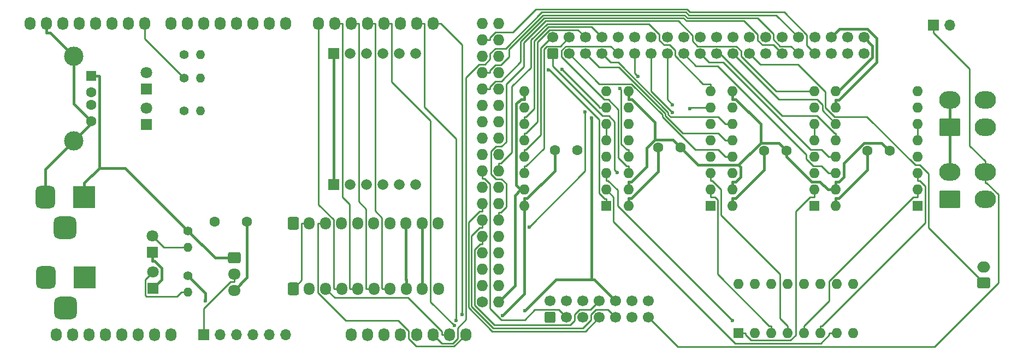
<source format=gbr>
G04 #@! TF.GenerationSoftware,KiCad,Pcbnew,(6.0.7-1)-1*
G04 #@! TF.CreationDate,2023-05-21T10:08:15+10:00*
G04 #@! TF.ProjectId,SARI_STANDBY_ETHERNET,53415249-5f53-4544-914e-4442595f4554,rev?*
G04 #@! TF.SameCoordinates,Original*
G04 #@! TF.FileFunction,Copper,L2,Bot*
G04 #@! TF.FilePolarity,Positive*
%FSLAX46Y46*%
G04 Gerber Fmt 4.6, Leading zero omitted, Abs format (unit mm)*
G04 Created by KiCad (PCBNEW (6.0.7-1)-1) date 2023-05-21 10:08:15*
%MOMM*%
%LPD*%
G01*
G04 APERTURE LIST*
G04 Aperture macros list*
%AMRoundRect*
0 Rectangle with rounded corners*
0 $1 Rounding radius*
0 $2 $3 $4 $5 $6 $7 $8 $9 X,Y pos of 4 corners*
0 Add a 4 corners polygon primitive as box body*
4,1,4,$2,$3,$4,$5,$6,$7,$8,$9,$2,$3,0*
0 Add four circle primitives for the rounded corners*
1,1,$1+$1,$2,$3*
1,1,$1+$1,$4,$5*
1,1,$1+$1,$6,$7*
1,1,$1+$1,$8,$9*
0 Add four rect primitives between the rounded corners*
20,1,$1+$1,$2,$3,$4,$5,0*
20,1,$1+$1,$4,$5,$6,$7,0*
20,1,$1+$1,$6,$7,$8,$9,0*
20,1,$1+$1,$8,$9,$2,$3,0*%
G04 Aperture macros list end*
G04 #@! TA.AperFunction,ComponentPad*
%ADD10R,1.665000X1.665000*%
G04 #@! TD*
G04 #@! TA.AperFunction,ComponentPad*
%ADD11C,1.665000*%
G04 #@! TD*
G04 #@! TA.AperFunction,ComponentPad*
%ADD12O,1.400000X1.400000*%
G04 #@! TD*
G04 #@! TA.AperFunction,ComponentPad*
%ADD13C,1.400000*%
G04 #@! TD*
G04 #@! TA.AperFunction,ComponentPad*
%ADD14C,1.727200*%
G04 #@! TD*
G04 #@! TA.AperFunction,ComponentPad*
%ADD15O,1.727200X1.727200*%
G04 #@! TD*
G04 #@! TA.AperFunction,ComponentPad*
%ADD16O,1.727200X2.032000*%
G04 #@! TD*
G04 #@! TA.AperFunction,ComponentPad*
%ADD17R,1.700000X1.700000*%
G04 #@! TD*
G04 #@! TA.AperFunction,ComponentPad*
%ADD18O,1.700000X1.700000*%
G04 #@! TD*
G04 #@! TA.AperFunction,ComponentPad*
%ADD19R,1.800000X1.800000*%
G04 #@! TD*
G04 #@! TA.AperFunction,ComponentPad*
%ADD20C,1.800000*%
G04 #@! TD*
G04 #@! TA.AperFunction,ComponentPad*
%ADD21RoundRect,0.250000X0.600000X-0.600000X0.600000X0.600000X-0.600000X0.600000X-0.600000X-0.600000X0*%
G04 #@! TD*
G04 #@! TA.AperFunction,ComponentPad*
%ADD22C,1.700000*%
G04 #@! TD*
G04 #@! TA.AperFunction,ComponentPad*
%ADD23RoundRect,0.250000X-0.600000X-0.725000X0.600000X-0.725000X0.600000X0.725000X-0.600000X0.725000X0*%
G04 #@! TD*
G04 #@! TA.AperFunction,ComponentPad*
%ADD24O,1.700000X1.950000*%
G04 #@! TD*
G04 #@! TA.AperFunction,ComponentPad*
%ADD25C,1.600000*%
G04 #@! TD*
G04 #@! TA.AperFunction,ComponentPad*
%ADD26R,3.500000X3.500000*%
G04 #@! TD*
G04 #@! TA.AperFunction,ComponentPad*
%ADD27RoundRect,0.750000X-0.750000X-1.000000X0.750000X-1.000000X0.750000X1.000000X-0.750000X1.000000X0*%
G04 #@! TD*
G04 #@! TA.AperFunction,ComponentPad*
%ADD28RoundRect,0.875000X-0.875000X-0.875000X0.875000X-0.875000X0.875000X0.875000X-0.875000X0.875000X0*%
G04 #@! TD*
G04 #@! TA.AperFunction,ComponentPad*
%ADD29R,1.500000X1.600000*%
G04 #@! TD*
G04 #@! TA.AperFunction,ComponentPad*
%ADD30C,3.000000*%
G04 #@! TD*
G04 #@! TA.AperFunction,ComponentPad*
%ADD31RoundRect,0.250001X1.399999X-1.099999X1.399999X1.099999X-1.399999X1.099999X-1.399999X-1.099999X0*%
G04 #@! TD*
G04 #@! TA.AperFunction,ComponentPad*
%ADD32O,3.300000X2.700000*%
G04 #@! TD*
G04 #@! TA.AperFunction,ComponentPad*
%ADD33R,1.600000X1.600000*%
G04 #@! TD*
G04 #@! TA.AperFunction,ComponentPad*
%ADD34O,1.600000X1.600000*%
G04 #@! TD*
G04 #@! TA.AperFunction,ComponentPad*
%ADD35RoundRect,0.250000X0.750000X-0.600000X0.750000X0.600000X-0.750000X0.600000X-0.750000X-0.600000X0*%
G04 #@! TD*
G04 #@! TA.AperFunction,ComponentPad*
%ADD36O,2.000000X1.700000*%
G04 #@! TD*
G04 #@! TA.AperFunction,ComponentPad*
%ADD37O,1.950000X1.700000*%
G04 #@! TD*
G04 #@! TA.AperFunction,ComponentPad*
%ADD38RoundRect,0.250000X-0.725000X0.600000X-0.725000X-0.600000X0.725000X-0.600000X0.725000X0.600000X0*%
G04 #@! TD*
G04 #@! TA.AperFunction,ViaPad*
%ADD39C,0.600000*%
G04 #@! TD*
G04 #@! TA.AperFunction,Conductor*
%ADD40C,0.250000*%
G04 #@! TD*
G04 #@! TA.AperFunction,Conductor*
%ADD41C,0.450000*%
G04 #@! TD*
G04 APERTURE END LIST*
D10*
X174340000Y-95885000D03*
D11*
X176880000Y-95885000D03*
X179420000Y-95885000D03*
X181960000Y-95885000D03*
X184500000Y-95885000D03*
X187040000Y-95885000D03*
D10*
X174340000Y-75565000D03*
D11*
X176880000Y-75565000D03*
X179420000Y-75565000D03*
X181960000Y-75565000D03*
X184500000Y-75565000D03*
X187040000Y-75565000D03*
D12*
X153720000Y-84455000D03*
D13*
X151180000Y-84455000D03*
D14*
X197358000Y-114046000D03*
D15*
X199898000Y-114046000D03*
X197358000Y-111506000D03*
X199898000Y-111506000D03*
X197358000Y-108966000D03*
X199898000Y-108966000D03*
X197358000Y-106426000D03*
X199898000Y-106426000D03*
X197358000Y-103886000D03*
X199898000Y-103886000D03*
X197358000Y-101346000D03*
X199898000Y-101346000D03*
X197358000Y-98806000D03*
X199898000Y-98806000D03*
X197358000Y-96266000D03*
X199898000Y-96266000D03*
X197358000Y-93726000D03*
X199898000Y-93726000D03*
X197358000Y-91186000D03*
X199898000Y-91186000D03*
X197358000Y-88646000D03*
X199898000Y-88646000D03*
X197358000Y-86106000D03*
X199898000Y-86106000D03*
X197358000Y-83566000D03*
X199898000Y-83566000D03*
X197358000Y-81026000D03*
X199898000Y-81026000D03*
X197358000Y-78486000D03*
X199898000Y-78486000D03*
X197358000Y-75946000D03*
X199898000Y-75946000D03*
X197358000Y-73406000D03*
X199898000Y-73406000D03*
X197358000Y-70866000D03*
X199898000Y-70866000D03*
D16*
X131318000Y-119126000D03*
X133858000Y-119126000D03*
X136398000Y-119126000D03*
X138938000Y-119126000D03*
X141478000Y-119126000D03*
X144018000Y-119126000D03*
X146558000Y-119126000D03*
X149098000Y-119126000D03*
D17*
X154178000Y-119126000D03*
D18*
X156718000Y-119126000D03*
X159258000Y-119126000D03*
X161798000Y-119126000D03*
X164338000Y-119126000D03*
X166878000Y-119126000D03*
D16*
X177038000Y-119126000D03*
X179578000Y-119126000D03*
X182118000Y-119126000D03*
X184658000Y-119126000D03*
X187198000Y-119126000D03*
X189738000Y-119126000D03*
X192278000Y-119126000D03*
X194818000Y-119126000D03*
X127254000Y-70866000D03*
X129794000Y-70866000D03*
X132334000Y-70866000D03*
X134874000Y-70866000D03*
X137414000Y-70866000D03*
X139954000Y-70866000D03*
X142494000Y-70866000D03*
X145034000Y-70866000D03*
X149098000Y-70866000D03*
X151638000Y-70866000D03*
X154178000Y-70866000D03*
X156718000Y-70866000D03*
X159258000Y-70866000D03*
X161798000Y-70866000D03*
X164338000Y-70866000D03*
X166878000Y-70866000D03*
X171958000Y-70866000D03*
X174498000Y-70866000D03*
X177038000Y-70866000D03*
X179578000Y-70866000D03*
X182118000Y-70866000D03*
X184658000Y-70866000D03*
X187198000Y-70866000D03*
X189738000Y-70866000D03*
D19*
X145300000Y-81025000D03*
D20*
X145300000Y-78485000D03*
D19*
X145300000Y-86525000D03*
D20*
X145300000Y-83985000D03*
D13*
X151150000Y-75680000D03*
D12*
X153690000Y-75680000D03*
D21*
X207890000Y-116450000D03*
D22*
X207890000Y-113910000D03*
X210430000Y-116450000D03*
X210430000Y-113910000D03*
X212970000Y-116450000D03*
X212970000Y-113910000D03*
X215510000Y-116450000D03*
X215510000Y-113910000D03*
X218050000Y-116450000D03*
X218050000Y-113910000D03*
X220590000Y-116450000D03*
X220590000Y-113910000D03*
X223130000Y-116450000D03*
X223130000Y-113910000D03*
D19*
X146350000Y-111925000D03*
D20*
X146350000Y-109385000D03*
D23*
X168054000Y-101854000D03*
D24*
X170554000Y-101854000D03*
X173054000Y-101854000D03*
X175554000Y-101854000D03*
X178054000Y-101854000D03*
X180554000Y-101854000D03*
X183054000Y-101854000D03*
X185554000Y-101854000D03*
X188054000Y-101854000D03*
X190554000Y-101854000D03*
D13*
X151180000Y-79375000D03*
D12*
X153720000Y-79375000D03*
D13*
X151750000Y-109960000D03*
D12*
X151750000Y-112500000D03*
D25*
X241049600Y-90620000D03*
X244549600Y-90620000D03*
X224649600Y-90120000D03*
X228149600Y-90120000D03*
D26*
X135650000Y-97800000D03*
D27*
X129650000Y-97800000D03*
D28*
X132650000Y-102500000D03*
D29*
X136750000Y-79000000D03*
D25*
X136750000Y-81500000D03*
X136750000Y-83500000D03*
X136750000Y-86000000D03*
D30*
X134040000Y-75930000D03*
X134040000Y-89070000D03*
D31*
X269850000Y-98100000D03*
D32*
X269850000Y-93900000D03*
X275350000Y-98100000D03*
X275350000Y-93900000D03*
D25*
X257049600Y-90620000D03*
X260549600Y-90620000D03*
D21*
X208280000Y-75565000D03*
D22*
X208280000Y-73025000D03*
X210820000Y-75565000D03*
X210820000Y-73025000D03*
X213360000Y-75565000D03*
X213360000Y-73025000D03*
X215900000Y-75565000D03*
X215900000Y-73025000D03*
X218440000Y-75565000D03*
X218440000Y-73025000D03*
X220980000Y-75565000D03*
X220980000Y-73025000D03*
X223520000Y-75565000D03*
X223520000Y-73025000D03*
X226060000Y-75565000D03*
X226060000Y-73025000D03*
X228600000Y-75565000D03*
X228600000Y-73025000D03*
X231140000Y-75565000D03*
X231140000Y-73025000D03*
X233680000Y-75565000D03*
X233680000Y-73025000D03*
X236220000Y-75565000D03*
X236220000Y-73025000D03*
X238760000Y-75565000D03*
X238760000Y-73025000D03*
X241300000Y-75565000D03*
X241300000Y-73025000D03*
X243840000Y-75565000D03*
X243840000Y-73025000D03*
X246380000Y-75565000D03*
X246380000Y-73025000D03*
X248920000Y-75565000D03*
X248920000Y-73025000D03*
X251460000Y-75565000D03*
X251460000Y-73025000D03*
X254000000Y-75565000D03*
X254000000Y-73025000D03*
X256540000Y-75565000D03*
X256540000Y-73025000D03*
D33*
X264889600Y-99170000D03*
D34*
X264889600Y-96630000D03*
X264889600Y-94090000D03*
X264889600Y-91550000D03*
X264889600Y-89010000D03*
X264889600Y-86470000D03*
X264889600Y-83930000D03*
X264889600Y-81390000D03*
X252189600Y-81390000D03*
X252189600Y-83930000D03*
X252189600Y-86470000D03*
X252189600Y-89010000D03*
X252189600Y-91550000D03*
X252189600Y-94090000D03*
X252189600Y-96630000D03*
X252189600Y-99170000D03*
D26*
X135750000Y-110242500D03*
D27*
X129750000Y-110242500D03*
D28*
X132750000Y-114942500D03*
D25*
X160869000Y-101600000D03*
X155869000Y-101600000D03*
D19*
X146250000Y-106350000D03*
D20*
X146250000Y-103810000D03*
D13*
X151750000Y-103010000D03*
D12*
X151750000Y-105550000D03*
D33*
X232739600Y-99170000D03*
D34*
X232739600Y-96630000D03*
X232739600Y-94090000D03*
X232739600Y-91550000D03*
X232739600Y-89010000D03*
X232739600Y-86470000D03*
X232739600Y-83930000D03*
X232739600Y-81390000D03*
X220039600Y-81390000D03*
X220039600Y-83930000D03*
X220039600Y-86470000D03*
X220039600Y-89010000D03*
X220039600Y-91550000D03*
X220039600Y-94090000D03*
X220039600Y-96630000D03*
X220039600Y-99170000D03*
D23*
X168074000Y-111997000D03*
D24*
X170574000Y-111997000D03*
X173074000Y-111997000D03*
X175574000Y-111997000D03*
X178074000Y-111997000D03*
X180574000Y-111997000D03*
X183074000Y-111997000D03*
X185574000Y-111997000D03*
X188074000Y-111997000D03*
X190574000Y-111997000D03*
D35*
X275100000Y-111100000D03*
D36*
X275100000Y-108600000D03*
D37*
X158894000Y-112228000D03*
X158894000Y-109728000D03*
D38*
X158894000Y-107228000D03*
D33*
X237050000Y-118867500D03*
D34*
X239590000Y-118867500D03*
X242130000Y-118867500D03*
X244670000Y-118867500D03*
X247210000Y-118867500D03*
X249750000Y-118867500D03*
X252290000Y-118867500D03*
X254830000Y-118867500D03*
X254830000Y-111247500D03*
X252290000Y-111247500D03*
X249750000Y-111247500D03*
X247210000Y-111247500D03*
X244670000Y-111247500D03*
X242130000Y-111247500D03*
X239590000Y-111247500D03*
X237050000Y-111247500D03*
D33*
X248889600Y-99170000D03*
D34*
X248889600Y-96630000D03*
X248889600Y-94090000D03*
X248889600Y-91550000D03*
X248889600Y-89010000D03*
X248889600Y-86470000D03*
X248889600Y-83930000D03*
X248889600Y-81390000D03*
X236189600Y-81390000D03*
X236189600Y-83930000D03*
X236189600Y-86470000D03*
X236189600Y-89010000D03*
X236189600Y-91550000D03*
X236189600Y-94090000D03*
X236189600Y-96630000D03*
X236189600Y-99170000D03*
D33*
X216589600Y-99170000D03*
D34*
X216589600Y-96630000D03*
X216589600Y-94090000D03*
X216589600Y-91550000D03*
X216589600Y-89010000D03*
X216589600Y-86470000D03*
X216589600Y-83930000D03*
X216589600Y-81390000D03*
X203889600Y-81390000D03*
X203889600Y-83930000D03*
X203889600Y-86470000D03*
X203889600Y-89010000D03*
X203889600Y-91550000D03*
X203889600Y-94090000D03*
X203889600Y-96630000D03*
X203889600Y-99170000D03*
D17*
X267335000Y-71120000D03*
D18*
X269875000Y-71120000D03*
D25*
X208599600Y-90520000D03*
X212099600Y-90520000D03*
D31*
X269850000Y-86950000D03*
D32*
X269850000Y-82750000D03*
X275350000Y-86950000D03*
X275350000Y-82750000D03*
D39*
X236151800Y-116942200D03*
X218737200Y-80978200D03*
X221506600Y-79091500D03*
X226807400Y-84710500D03*
X226835400Y-83447000D03*
X218314600Y-93970200D03*
X200547600Y-116140500D03*
X154476500Y-113902400D03*
X193027900Y-117714600D03*
X213303200Y-84550100D03*
X204632200Y-102431700D03*
X229527300Y-84069400D03*
X209716700Y-77987400D03*
X207581800Y-78064100D03*
X203962900Y-115375000D03*
X214275800Y-85500000D03*
X193311700Y-116885700D03*
X194203500Y-115963800D03*
D40*
X145124600Y-110610400D02*
X146350000Y-109385000D01*
X145124600Y-112992000D02*
X145124600Y-110610400D01*
X145303500Y-113170900D02*
X145124600Y-112992000D01*
X150053800Y-113170900D02*
X145303500Y-113170900D01*
X150724700Y-112500000D02*
X150053800Y-113170900D01*
X151750000Y-112500000D02*
X150724700Y-112500000D01*
X147990000Y-105550000D02*
X146250000Y-103810000D01*
X151750000Y-105550000D02*
X147990000Y-105550000D01*
X203889600Y-94090000D02*
X203889600Y-92964700D01*
X204170900Y-92964700D02*
X203889600Y-92964700D01*
X206910800Y-90224800D02*
X204170900Y-92964700D01*
X206910800Y-74871900D02*
X206910800Y-90224800D01*
X207394100Y-74388600D02*
X206910800Y-74871900D01*
X209456400Y-74388600D02*
X207394100Y-74388600D01*
X210820000Y-73025000D02*
X209456400Y-74388600D01*
X203889600Y-91550000D02*
X203889600Y-90424700D01*
X208120800Y-73025000D02*
X208280000Y-73025000D01*
X206460500Y-74685300D02*
X208120800Y-73025000D01*
X206460500Y-88135100D02*
X206460500Y-74685300D01*
X204170900Y-90424700D02*
X206460500Y-88135100D01*
X203889600Y-90424700D02*
X204170900Y-90424700D01*
X203889600Y-89010000D02*
X203889600Y-87884700D01*
X212183800Y-71848800D02*
X213360000Y-73025000D01*
X207786600Y-71848800D02*
X212183800Y-71848800D01*
X205915500Y-73719900D02*
X207786600Y-71848800D01*
X205915500Y-86140100D02*
X205915500Y-73719900D01*
X204170900Y-87884700D02*
X205915500Y-86140100D01*
X203889600Y-87884700D02*
X204170900Y-87884700D01*
X203889600Y-86470000D02*
X203889600Y-85344700D01*
X214264900Y-71389900D02*
X215900000Y-73025000D01*
X207597300Y-71389900D02*
X214264900Y-71389900D01*
X205451900Y-73535300D02*
X207597300Y-71389900D01*
X205451900Y-84063800D02*
X205451900Y-73535300D01*
X204171000Y-85344700D02*
X205451900Y-84063800D01*
X203889600Y-85344700D02*
X204171000Y-85344700D01*
X248889600Y-86470000D02*
X248889600Y-89010000D01*
X216589600Y-94090000D02*
X216589600Y-95215300D01*
X218344100Y-99134500D02*
X236151800Y-116942200D01*
X218344100Y-96688500D02*
X218344100Y-99134500D01*
X216870900Y-95215300D02*
X218344100Y-96688500D01*
X216589600Y-95215300D02*
X216870900Y-95215300D01*
X251164700Y-119148800D02*
X251164700Y-118867500D01*
X249842300Y-120471200D02*
X251164700Y-119148800D01*
X236583900Y-120471200D02*
X249842300Y-120471200D01*
X217715000Y-101602300D02*
X236583900Y-120471200D01*
X217715000Y-97755400D02*
X217715000Y-101602300D01*
X216589600Y-96630000D02*
X217715000Y-97755400D01*
X252290000Y-118867500D02*
X251164700Y-118867500D01*
X230470400Y-77435400D02*
X228600000Y-75565000D01*
X233899300Y-77435400D02*
X230470400Y-77435400D01*
X247619600Y-91155700D02*
X233899300Y-77435400D01*
X247619600Y-91880900D02*
X247619600Y-91155700D01*
X248703400Y-92964700D02*
X247619600Y-91880900D01*
X249939000Y-92964700D02*
X248703400Y-92964700D01*
X251064300Y-94090000D02*
X249939000Y-92964700D01*
X252189600Y-94090000D02*
X251064300Y-94090000D01*
X252189600Y-91550000D02*
X251064300Y-91550000D01*
X232472200Y-76897200D02*
X231140000Y-75565000D01*
X234748300Y-76897200D02*
X232472200Y-76897200D01*
X248275800Y-90424700D02*
X234748300Y-76897200D01*
X249939000Y-90424700D02*
X248275800Y-90424700D01*
X251064300Y-91550000D02*
X249939000Y-90424700D01*
X234240700Y-75565000D02*
X233680000Y-75565000D01*
X243875700Y-85200000D02*
X234240700Y-75565000D01*
X249279000Y-85200000D02*
X243875700Y-85200000D01*
X251963700Y-87884700D02*
X249279000Y-85200000D01*
X252189600Y-87884700D02*
X251963700Y-87884700D01*
X252189600Y-89010000D02*
X252189600Y-87884700D01*
X243315000Y-82660000D02*
X236220000Y-75565000D01*
X249276900Y-82660000D02*
X243315000Y-82660000D01*
X250089200Y-83472300D02*
X249276900Y-82660000D01*
X250089200Y-84369600D02*
X250089200Y-83472300D01*
X252189600Y-86470000D02*
X250089200Y-84369600D01*
X265171000Y-95215300D02*
X264889600Y-95215300D01*
X266014900Y-96059200D02*
X265171000Y-95215300D01*
X266014900Y-101758600D02*
X266014900Y-96059200D01*
X250031300Y-117742200D02*
X266014900Y-101758600D01*
X249750000Y-117742200D02*
X250031300Y-117742200D01*
X249750000Y-118867500D02*
X249750000Y-117742200D01*
X264889600Y-94090000D02*
X264889600Y-95215300D01*
X264186300Y-97755300D02*
X264889600Y-97755300D01*
X251100400Y-110841200D02*
X264186300Y-97755300D01*
X251100400Y-113851800D02*
X251100400Y-110841200D01*
X247210000Y-117742200D02*
X251100400Y-113851800D01*
X247210000Y-118867500D02*
X247210000Y-117742200D01*
X264889600Y-96630000D02*
X264889600Y-97755300D01*
X220039600Y-94090000D02*
X220039600Y-92964700D01*
X217263500Y-74388500D02*
X218440000Y-75565000D01*
X210299300Y-74388500D02*
X217263500Y-74388500D01*
X209644600Y-75043200D02*
X210299300Y-74388500D01*
X209644600Y-76065500D02*
X209644600Y-75043200D01*
X216239100Y-82660000D02*
X209644600Y-76065500D01*
X216911900Y-82660000D02*
X216239100Y-82660000D01*
X218464000Y-84212100D02*
X216911900Y-82660000D01*
X218464000Y-91670500D02*
X218464000Y-84212100D01*
X219758200Y-92964700D02*
X218464000Y-91670500D01*
X220039600Y-92964700D02*
X219758200Y-92964700D01*
X218914300Y-81155300D02*
X218737200Y-80978200D01*
X218914300Y-89549700D02*
X218914300Y-81155300D01*
X219789300Y-90424700D02*
X218914300Y-89549700D01*
X220039600Y-90424700D02*
X219789300Y-90424700D01*
X220039600Y-91550000D02*
X220039600Y-90424700D01*
X220980000Y-78564900D02*
X221506600Y-79091500D01*
X220980000Y-75565000D02*
X220980000Y-78564900D01*
X223520000Y-81364900D02*
X223520000Y-75565000D01*
X226807400Y-84652300D02*
X223520000Y-81364900D01*
X226807400Y-84710500D02*
X226807400Y-84652300D01*
X226060000Y-82671600D02*
X226835400Y-83447000D01*
X226060000Y-75565000D02*
X226060000Y-82671600D01*
X244670000Y-118867500D02*
X244670000Y-117742200D01*
X232739600Y-94090000D02*
X232739600Y-95215300D01*
X233020900Y-95215300D02*
X232739600Y-95215300D01*
X234413900Y-96608300D02*
X233020900Y-95215300D01*
X234413900Y-100576800D02*
X234413900Y-96608300D01*
X243544700Y-109707600D02*
X234413900Y-100576800D01*
X243544700Y-116616900D02*
X243544700Y-109707600D01*
X244670000Y-117742200D02*
X243544700Y-116616900D01*
X233443000Y-97755300D02*
X232739600Y-97755300D01*
X233864900Y-98177200D02*
X233443000Y-97755300D01*
X233864900Y-109758400D02*
X233864900Y-98177200D01*
X241848700Y-117742200D02*
X233864900Y-109758400D01*
X242130000Y-117742200D02*
X241848700Y-117742200D01*
X242130000Y-118867500D02*
X242130000Y-117742200D01*
X232739600Y-96630000D02*
X232739600Y-97755300D01*
X145034000Y-73229000D02*
X151180000Y-79375000D01*
X145034000Y-70866000D02*
X145034000Y-73229000D01*
X208280000Y-77492700D02*
X208280000Y-75565000D01*
X215987300Y-85200000D02*
X208280000Y-77492700D01*
X216987400Y-85200000D02*
X215987300Y-85200000D01*
X217869000Y-86081600D02*
X216987400Y-85200000D01*
X217869000Y-93524600D02*
X217869000Y-86081600D01*
X218314600Y-93970200D02*
X217869000Y-93524600D01*
X236189600Y-91550000D02*
X235064300Y-91550000D01*
X233939000Y-90424700D02*
X235064300Y-91550000D01*
X230363500Y-90424700D02*
X233939000Y-90424700D01*
X225281500Y-85342700D02*
X230363500Y-90424700D01*
X225281500Y-85039600D02*
X225281500Y-85342700D01*
X220467700Y-80225800D02*
X225281500Y-85039600D01*
X215480800Y-80225800D02*
X220467700Y-80225800D01*
X210820000Y-75565000D02*
X215480800Y-80225800D01*
X236189600Y-89010000D02*
X235064300Y-89010000D01*
X233939000Y-87884700D02*
X235064300Y-89010000D01*
X228460400Y-87884700D02*
X233939000Y-87884700D01*
X225731800Y-85156100D02*
X228460400Y-87884700D01*
X225731800Y-84850600D02*
X225731800Y-85156100D01*
X218548700Y-77667500D02*
X225731800Y-84850600D01*
X215462500Y-77667500D02*
X218548700Y-77667500D01*
X213360000Y-75565000D02*
X215462500Y-77667500D01*
X236189600Y-86470000D02*
X235064300Y-86470000D01*
X233939000Y-85344700D02*
X235064300Y-86470000D01*
X226557300Y-85344700D02*
X233939000Y-85344700D01*
X226182100Y-84969500D02*
X226557300Y-85344700D01*
X226182100Y-84664000D02*
X226182100Y-84969500D01*
X218415400Y-76897300D02*
X226182100Y-84664000D01*
X217232300Y-76897300D02*
X218415400Y-76897300D01*
X215900000Y-75565000D02*
X217232300Y-76897300D01*
X238175300Y-119148900D02*
X238175300Y-118867500D01*
X239019200Y-119992800D02*
X238175300Y-119148900D01*
X245141100Y-119992800D02*
X239019200Y-119992800D01*
X245940000Y-119193900D02*
X245141100Y-119992800D01*
X245940000Y-100001600D02*
X245940000Y-119193900D01*
X248186300Y-97755300D02*
X245940000Y-100001600D01*
X248889600Y-97755300D02*
X248186300Y-97755300D01*
X248889600Y-96630000D02*
X248889600Y-97755300D01*
X237050000Y-118867500D02*
X238175300Y-118867500D01*
D41*
X154476500Y-112686500D02*
X154476500Y-113902400D01*
X151750000Y-109960000D02*
X154476500Y-112686500D01*
X203889600Y-112798500D02*
X203889600Y-99170000D01*
X200547600Y-116140500D02*
X203889600Y-112798500D01*
X208599600Y-93694200D02*
X208599600Y-90520000D01*
X204349100Y-97944700D02*
X208599600Y-93694200D01*
X203889600Y-97944700D02*
X204349100Y-97944700D01*
X203889600Y-99170000D02*
X203889600Y-97944700D01*
X224649600Y-93794200D02*
X224649600Y-90120000D01*
X220499100Y-97944700D02*
X224649600Y-93794200D01*
X220039600Y-97944700D02*
X220499100Y-97944700D01*
X220039600Y-99170000D02*
X220039600Y-97944700D01*
X241049600Y-93544200D02*
X241049600Y-90620000D01*
X236649100Y-97944700D02*
X241049600Y-93544200D01*
X236189600Y-97944700D02*
X236649100Y-97944700D01*
X236189600Y-99170000D02*
X236189600Y-97944700D01*
X257049600Y-93544200D02*
X257049600Y-90620000D01*
X252649100Y-97944700D02*
X257049600Y-93544200D01*
X252189600Y-97944700D02*
X252649100Y-97944700D01*
X252189600Y-99170000D02*
X252189600Y-97944700D01*
D40*
X240435100Y-77240100D02*
X238760000Y-75565000D01*
X246334500Y-77240100D02*
X240435100Y-77240100D01*
X250539600Y-81445200D02*
X246334500Y-77240100D01*
X250539600Y-83920600D02*
X250539600Y-81445200D01*
X251963700Y-85344700D02*
X250539600Y-83920600D01*
X257020400Y-85344700D02*
X251963700Y-85344700D01*
X264495700Y-92820000D02*
X257020400Y-85344700D01*
X265211900Y-92820000D02*
X264495700Y-92820000D01*
X266537500Y-94145600D02*
X265211900Y-92820000D01*
X266537500Y-102537500D02*
X266537500Y-94145600D01*
X275100000Y-111100000D02*
X266537500Y-102537500D01*
X182118000Y-70866000D02*
X183306900Y-70866000D01*
X189358400Y-114045100D02*
X193027900Y-117714600D01*
X189358400Y-85979000D02*
X189358400Y-114045100D01*
X183306900Y-79927500D02*
X189358400Y-85979000D01*
X183306900Y-70866000D02*
X183306900Y-79927500D01*
X171958000Y-98956900D02*
X171958000Y-70866000D01*
X174304000Y-101302900D02*
X171958000Y-98956900D01*
X174304000Y-111902300D02*
X174304000Y-101302900D01*
X174398700Y-111997000D02*
X174304000Y-111902300D01*
X175574000Y-111997000D02*
X174398700Y-111997000D01*
X175686900Y-97813700D02*
X175686900Y-70866000D01*
X176804000Y-98930800D02*
X175686900Y-97813700D01*
X176804000Y-111902300D02*
X176804000Y-98930800D01*
X176898700Y-111997000D02*
X176804000Y-111902300D01*
X178074000Y-111997000D02*
X176898700Y-111997000D01*
X174498000Y-70866000D02*
X175686900Y-70866000D01*
X178226900Y-98494900D02*
X178226900Y-70866000D01*
X179378600Y-99646600D02*
X178226900Y-98494900D01*
X179378600Y-111976900D02*
X179378600Y-99646600D01*
X179398700Y-111997000D02*
X179378600Y-111976900D01*
X180574000Y-111997000D02*
X179398700Y-111997000D01*
X177038000Y-70866000D02*
X178226900Y-70866000D01*
X180766900Y-99946600D02*
X180766900Y-70866000D01*
X181804000Y-100983700D02*
X180766900Y-99946600D01*
X181804000Y-111902300D02*
X181804000Y-100983700D01*
X181898700Y-111997000D02*
X181804000Y-111902300D01*
X183074000Y-111997000D02*
X181898700Y-111997000D01*
X179578000Y-70866000D02*
X180766900Y-70866000D01*
D41*
X188054000Y-110576700D02*
X188054000Y-101854000D01*
X188074000Y-110596700D02*
X188054000Y-110576700D01*
X188074000Y-111997000D02*
X188074000Y-110596700D01*
X252189600Y-96630000D02*
X250964300Y-96630000D01*
X257826600Y-74311600D02*
X256540000Y-73025000D01*
X257826600Y-76129900D02*
X257826600Y-74311600D01*
X252566500Y-81390000D02*
X257826600Y-76129900D01*
X252189600Y-81390000D02*
X252566500Y-81390000D01*
X220039600Y-96630000D02*
X220039600Y-95404700D01*
X220039600Y-81390000D02*
X220039600Y-82615300D01*
X222862100Y-90131400D02*
X224102400Y-88891100D01*
X222862100Y-93067400D02*
X222862100Y-90131400D01*
X220524800Y-95404700D02*
X222862100Y-93067400D01*
X220039600Y-95404700D02*
X220524800Y-95404700D01*
X220548700Y-82615300D02*
X220039600Y-82615300D01*
X224102400Y-86169000D02*
X220548700Y-82615300D01*
X224102400Y-88891100D02*
X224102400Y-86169000D01*
X236189600Y-96630000D02*
X236189600Y-95404700D01*
X226920700Y-88891100D02*
X224102400Y-88891100D01*
X228149600Y-90120000D02*
X226920700Y-88891100D01*
X230849600Y-92820000D02*
X228149600Y-90120000D01*
X237089700Y-92820000D02*
X230849600Y-92820000D01*
X236697400Y-95404700D02*
X236189600Y-95404700D01*
X237418600Y-94683500D02*
X236697400Y-95404700D01*
X237418600Y-93148900D02*
X237418600Y-94683500D01*
X237089700Y-92820000D02*
X237418600Y-93148900D01*
X244549600Y-91554400D02*
X244549600Y-90620000D01*
X248399900Y-95404700D02*
X244549600Y-91554400D01*
X249739000Y-95404700D02*
X248399900Y-95404700D01*
X250964300Y-96630000D02*
X249739000Y-95404700D01*
X236189600Y-81390000D02*
X236189600Y-82615300D01*
X236697400Y-82615300D02*
X236189600Y-82615300D01*
X240518600Y-86436500D02*
X236697400Y-82615300D01*
X240518600Y-89391100D02*
X240518600Y-86436500D01*
X243320700Y-89391100D02*
X240518600Y-89391100D01*
X244549600Y-90620000D02*
X243320700Y-89391100D01*
X240518600Y-89391100D02*
X237089700Y-92820000D01*
X252697400Y-95404700D02*
X252189600Y-95404700D01*
X253415000Y-94687100D02*
X252697400Y-95404700D01*
X253415000Y-92514800D02*
X253415000Y-94687100D01*
X256557800Y-89372000D02*
X253415000Y-92514800D01*
X259301600Y-89372000D02*
X256557800Y-89372000D01*
X260549600Y-90620000D02*
X259301600Y-89372000D01*
X252189600Y-96630000D02*
X252189600Y-95404700D01*
X203889600Y-81390000D02*
X203889600Y-82615300D01*
X203381800Y-82615300D02*
X203889600Y-82615300D01*
X202648000Y-83349100D02*
X203381800Y-82615300D01*
X202648000Y-95967400D02*
X202648000Y-83349100D01*
X203310600Y-96630000D02*
X202648000Y-95967400D01*
X203889600Y-96630000D02*
X203310600Y-96630000D01*
X202443100Y-111500900D02*
X199898000Y-114046000D01*
X202443100Y-97497500D02*
X202443100Y-111500900D01*
X203310600Y-96630000D02*
X202443100Y-97497500D01*
D40*
X264889600Y-86470000D02*
X264889600Y-89010000D01*
X199898000Y-101346000D02*
X199898000Y-100157100D01*
X200269500Y-100157100D02*
X199898000Y-100157100D01*
X201094900Y-99331700D02*
X200269500Y-100157100D01*
X201094900Y-95713400D02*
X201094900Y-99331700D01*
X200344800Y-94963300D02*
X201094900Y-95713400D01*
X199448500Y-94963300D02*
X200344800Y-94963300D01*
X198709000Y-94223800D02*
X199448500Y-94963300D01*
X198709000Y-90671700D02*
X198709000Y-94223800D01*
X199464700Y-89916000D02*
X198709000Y-90671700D01*
X200377200Y-89916000D02*
X199464700Y-89916000D01*
X201086900Y-89206300D02*
X200377200Y-89916000D01*
X201086900Y-80276600D02*
X201086900Y-89206300D01*
X203782400Y-77581100D02*
X201086900Y-80276600D01*
X203782400Y-73862500D02*
X203782400Y-77581100D01*
X207164700Y-70480200D02*
X203782400Y-73862500D01*
X227749900Y-70480200D02*
X207164700Y-70480200D01*
X229964600Y-72694900D02*
X227749900Y-70480200D01*
X229964600Y-73595000D02*
X229964600Y-72694900D01*
X230759200Y-74389600D02*
X229964600Y-73595000D01*
X236745600Y-74389600D02*
X230759200Y-74389600D01*
X237490000Y-75134000D02*
X236745600Y-74389600D01*
X237490000Y-75960700D02*
X237490000Y-75134000D01*
X242919300Y-81390000D02*
X237490000Y-75960700D01*
X248889600Y-81390000D02*
X242919300Y-81390000D01*
X213303200Y-93760700D02*
X213303200Y-84550100D01*
X204632200Y-102431700D02*
X213303200Y-93760700D01*
X216589600Y-86470000D02*
X216589600Y-89010000D01*
X197358000Y-73406000D02*
X198546900Y-73406000D01*
X198546900Y-73034400D02*
X198546900Y-73406000D01*
X199364200Y-72217100D02*
X198546900Y-73034400D01*
X202133800Y-72217100D02*
X199364200Y-72217100D01*
X205671900Y-68679000D02*
X202133800Y-72217100D01*
X229108400Y-68679000D02*
X205671900Y-68679000D01*
X229558700Y-69129300D02*
X229108400Y-68679000D01*
X244173600Y-69129300D02*
X229558700Y-69129300D01*
X247650000Y-72605700D02*
X244173600Y-69129300D01*
X247650000Y-74295000D02*
X247650000Y-72605700D01*
X248920000Y-75565000D02*
X247650000Y-74295000D01*
X191101200Y-120489200D02*
X189738000Y-119126000D01*
X192817900Y-120489200D02*
X191101200Y-120489200D01*
X193548000Y-119759100D02*
X192817900Y-120489200D01*
X193548000Y-118079000D02*
X193548000Y-119759100D01*
X194866400Y-116760600D02*
X193548000Y-118079000D01*
X194866400Y-115450300D02*
X194866400Y-116760600D01*
X194811700Y-115395600D02*
X194866400Y-115450300D01*
X194811700Y-79275800D02*
X194811700Y-115395600D01*
X196871500Y-77216000D02*
X194811700Y-79275800D01*
X197774800Y-77216000D02*
X196871500Y-77216000D01*
X198595300Y-76395500D02*
X197774800Y-77216000D01*
X198595300Y-75545400D02*
X198595300Y-76395500D01*
X199383700Y-74757000D02*
X198595300Y-75545400D01*
X200977200Y-74757000D02*
X199383700Y-74757000D01*
X206604900Y-69129300D02*
X200977200Y-74757000D01*
X228921800Y-69129300D02*
X206604900Y-69129300D01*
X229372100Y-69579600D02*
X228921800Y-69129300D01*
X242934600Y-69579600D02*
X229372100Y-69579600D01*
X246380000Y-73025000D02*
X242934600Y-69579600D01*
X197358000Y-78486000D02*
X198546900Y-78486000D01*
X198546900Y-78114400D02*
X198546900Y-78486000D01*
X199364200Y-77297100D02*
X198546900Y-78114400D01*
X200256400Y-77297100D02*
X199364200Y-77297100D01*
X201537400Y-76016100D02*
X200256400Y-77297100D01*
X201537400Y-74833700D02*
X201537400Y-76016100D01*
X206791500Y-69579600D02*
X201537400Y-74833700D01*
X228735200Y-69579600D02*
X206791500Y-69579600D01*
X229185500Y-70029900D02*
X228735200Y-69579600D01*
X240022600Y-70029900D02*
X229185500Y-70029900D01*
X242501000Y-72508300D02*
X240022600Y-70029900D01*
X242501000Y-73355300D02*
X242501000Y-72508300D01*
X243535300Y-74389600D02*
X242501000Y-73355300D01*
X245204600Y-74389600D02*
X243535300Y-74389600D01*
X246380000Y-75565000D02*
X245204600Y-74389600D01*
X197358000Y-81026000D02*
X198546900Y-81026000D01*
X198546900Y-80654400D02*
X198546900Y-81026000D01*
X199364200Y-79837100D02*
X198546900Y-80654400D01*
X200330400Y-79837100D02*
X199364200Y-79837100D01*
X203332100Y-76835400D02*
X200330400Y-79837100D01*
X203332100Y-73675900D02*
X203332100Y-76835400D01*
X206978100Y-70029900D02*
X203332100Y-73675900D01*
X228548600Y-70029900D02*
X206978100Y-70029900D01*
X228998900Y-70480200D02*
X228548600Y-70029900D01*
X237957900Y-70480200D02*
X228998900Y-70480200D01*
X240030000Y-72552300D02*
X237957900Y-70480200D01*
X240030000Y-73456000D02*
X240030000Y-72552300D01*
X240774400Y-74200400D02*
X240030000Y-73456000D01*
X242475400Y-74200400D02*
X240774400Y-74200400D01*
X243840000Y-75565000D02*
X242475400Y-74200400D01*
X200269500Y-92537100D02*
X199898000Y-92537100D01*
X201976800Y-90829800D02*
X200269500Y-92537100D01*
X201976800Y-80642100D02*
X201976800Y-90829800D01*
X204908200Y-77710700D02*
X201976800Y-80642100D01*
X204908200Y-73442100D02*
X204908200Y-77710700D01*
X207419700Y-70930600D02*
X204908200Y-73442100D01*
X223168300Y-70930600D02*
X207419700Y-70930600D01*
X224790000Y-72552300D02*
X223168300Y-70930600D01*
X224790000Y-73456000D02*
X224790000Y-72552300D01*
X225534400Y-74200400D02*
X224790000Y-73456000D01*
X226396400Y-74200400D02*
X225534400Y-74200400D01*
X227235400Y-75039400D02*
X226396400Y-74200400D01*
X227235400Y-75885800D02*
X227235400Y-75039400D01*
X231614300Y-80264700D02*
X227235400Y-75885800D01*
X232739600Y-80264700D02*
X231614300Y-80264700D01*
X232739600Y-81390000D02*
X232739600Y-80264700D01*
X199898000Y-93726000D02*
X199898000Y-92537100D01*
X229666700Y-83930000D02*
X229527300Y-84069400D01*
X232739600Y-83930000D02*
X229666700Y-83930000D01*
X169378700Y-110692300D02*
X169378700Y-101854000D01*
X168074000Y-111997000D02*
X169378700Y-110692300D01*
X170554000Y-101854000D02*
X169378700Y-101854000D01*
X272922800Y-77883100D02*
X267335000Y-72295300D01*
X272922800Y-89797500D02*
X272922800Y-77883100D01*
X275350000Y-92224700D02*
X272922800Y-89797500D01*
X227670000Y-120990000D02*
X223130000Y-116450000D01*
X267440100Y-120990000D02*
X227670000Y-120990000D01*
X277343500Y-111086600D02*
X267440100Y-120990000D01*
X277343500Y-97359400D02*
X277343500Y-111086600D01*
X275559400Y-95575300D02*
X277343500Y-97359400D01*
X275350000Y-95575300D02*
X275559400Y-95575300D01*
X275350000Y-93900000D02*
X275350000Y-95575300D01*
X275350000Y-93900000D02*
X275350000Y-92224700D01*
X267335000Y-71120000D02*
X267335000Y-72295300D01*
D41*
X269850000Y-82750000D02*
X269850000Y-86950000D01*
X269850000Y-86950000D02*
X269850000Y-93900000D01*
D40*
X216589600Y-83930000D02*
X215464300Y-83930000D01*
X215464300Y-83735000D02*
X209716700Y-77987400D01*
X215464300Y-83930000D02*
X215464300Y-83735000D01*
X207783200Y-78064100D02*
X207581800Y-78064100D01*
X215464300Y-85745200D02*
X207783200Y-78064100D01*
X215464300Y-97200800D02*
X215464300Y-85745200D01*
X216308200Y-98044700D02*
X215464300Y-97200800D01*
X216589600Y-98044700D02*
X216308200Y-98044700D01*
X216589600Y-99170000D02*
X216589600Y-98044700D01*
X192278000Y-119126000D02*
X191089100Y-119126000D01*
X174472500Y-113395500D02*
X173074000Y-111997000D01*
X185878700Y-113395500D02*
X174472500Y-113395500D01*
X191089100Y-118605900D02*
X185878700Y-113395500D01*
X191089100Y-119126000D02*
X191089100Y-118605900D01*
D41*
X185554000Y-110576700D02*
X185554000Y-101854000D01*
X185574000Y-110596700D02*
X185554000Y-110576700D01*
X185574000Y-111997000D02*
X185574000Y-110596700D01*
X155968000Y-107228000D02*
X151750000Y-103010000D01*
X158894000Y-107228000D02*
X155968000Y-107228000D01*
X136750000Y-79000000D02*
X137925300Y-79000000D01*
X135650000Y-97800000D02*
X135650000Y-95624700D01*
X142012300Y-93272300D02*
X151750000Y-103010000D01*
X138002400Y-93272300D02*
X142012300Y-93272300D01*
X138002400Y-79077100D02*
X138002400Y-93272300D01*
X137925300Y-79000000D02*
X138002400Y-79077100D01*
X138002400Y-93272300D02*
X135650000Y-95624700D01*
X252737300Y-71747700D02*
X251460000Y-73025000D01*
X257080200Y-71747700D02*
X252737300Y-71747700D01*
X258482800Y-73150300D02*
X257080200Y-71747700D01*
X258482800Y-76871000D02*
X258482800Y-73150300D01*
X252649100Y-82704700D02*
X258482800Y-76871000D01*
X252189600Y-82704700D02*
X252649100Y-82704700D01*
X252189600Y-83930000D02*
X252189600Y-82704700D01*
X214711700Y-110571700D02*
X214275800Y-110571700D01*
X218050000Y-113910000D02*
X214711700Y-110571700D01*
X208766200Y-110571700D02*
X203962900Y-115375000D01*
X214275800Y-110571700D02*
X208766200Y-110571700D01*
X214275800Y-110571700D02*
X214275800Y-85500000D01*
D40*
X193004400Y-120939600D02*
X194818000Y-119126000D01*
X187120300Y-120939600D02*
X193004400Y-120939600D01*
X185928000Y-119747300D02*
X187120300Y-120939600D01*
X185928000Y-118515000D02*
X185928000Y-119747300D01*
X184340900Y-116927900D02*
X185928000Y-118515000D01*
X176184400Y-116927900D02*
X184340900Y-116927900D01*
X171878700Y-112622200D02*
X176184400Y-116927900D01*
X171878700Y-101854000D02*
X171878700Y-112622200D01*
X173054000Y-101854000D02*
X171878700Y-101854000D01*
X197358000Y-101346000D02*
X197358000Y-102534900D01*
X216874600Y-115274600D02*
X218050000Y-116450000D01*
X214984400Y-115274600D02*
X216874600Y-115274600D01*
X214240000Y-116019000D02*
X214984400Y-115274600D01*
X214240000Y-116842200D02*
X214240000Y-116019000D01*
X212974200Y-118108000D02*
X214240000Y-116842200D01*
X199089500Y-118108000D02*
X212974200Y-118108000D01*
X195718800Y-114737300D02*
X199089500Y-118108000D01*
X195718800Y-103802500D02*
X195718800Y-114737300D01*
X196986400Y-102534900D02*
X195718800Y-103802500D01*
X197358000Y-102534900D02*
X196986400Y-102534900D01*
X196997700Y-105074900D02*
X197358000Y-105074900D01*
X196169100Y-105903500D02*
X196997700Y-105074900D01*
X196169100Y-114550700D02*
X196169100Y-105903500D01*
X199258500Y-117640100D02*
X196169100Y-114550700D01*
X210967400Y-117640100D02*
X199258500Y-117640100D01*
X211700000Y-116907500D02*
X210967400Y-117640100D01*
X211700000Y-116019000D02*
X211700000Y-116907500D01*
X212444400Y-115274600D02*
X211700000Y-116019000D01*
X214145400Y-115274600D02*
X212444400Y-115274600D01*
X215510000Y-113910000D02*
X214145400Y-115274600D01*
X197358000Y-103886000D02*
X197358000Y-105074900D01*
D41*
X160869000Y-110253000D02*
X160869000Y-101600000D01*
X158894000Y-112228000D02*
X160869000Y-110253000D01*
X136750000Y-86360000D02*
X136750000Y-86000000D01*
X134040000Y-89070000D02*
X136750000Y-86360000D01*
X174340000Y-75565000D02*
X174340000Y-95885000D01*
X134040000Y-83290000D02*
X134040000Y-75930000D01*
X136750000Y-86000000D02*
X134040000Y-83290000D01*
X130417300Y-72307300D02*
X129794000Y-72307300D01*
X134040000Y-75930000D02*
X130417300Y-72307300D01*
X129794000Y-70866000D02*
X129794000Y-72307300D01*
X146581300Y-107675300D02*
X146250000Y-107675300D01*
X147708100Y-108802100D02*
X146581300Y-107675300D01*
X147708100Y-110566900D02*
X147708100Y-108802100D01*
X146350000Y-111925000D02*
X147708100Y-110566900D01*
X146250000Y-106350000D02*
X146250000Y-107675300D01*
X129650000Y-93460000D02*
X134040000Y-89070000D01*
X129650000Y-97800000D02*
X129650000Y-93460000D01*
D40*
X197358000Y-98806000D02*
X197358000Y-99994900D01*
X196986500Y-99994900D02*
X197358000Y-99994900D01*
X195268500Y-101712900D02*
X196986500Y-99994900D01*
X195268500Y-114923900D02*
X195268500Y-101712900D01*
X198929500Y-118584900D02*
X195268500Y-114923900D01*
X213375100Y-118584900D02*
X198929500Y-118584900D01*
X215510000Y-116450000D02*
X213375100Y-118584900D01*
X187198000Y-70866000D02*
X188386900Y-70866000D01*
X193311700Y-88708400D02*
X193311700Y-116885700D01*
X188386900Y-83783600D02*
X193311700Y-88708400D01*
X188386900Y-70866000D02*
X188386900Y-83783600D01*
X197729600Y-94914900D02*
X197358000Y-94914900D01*
X198546900Y-95732200D02*
X197729600Y-94914900D01*
X198546900Y-115025800D02*
X198546900Y-95732200D01*
X200338800Y-116817700D02*
X198546900Y-115025800D01*
X203967500Y-116817700D02*
X200338800Y-116817700D01*
X205531700Y-115253500D02*
X203967500Y-116817700D01*
X209233500Y-115253500D02*
X205531700Y-115253500D01*
X210430000Y-116450000D02*
X209233500Y-115253500D01*
X197358000Y-93726000D02*
X197358000Y-94914900D01*
X189738000Y-70866000D02*
X190926900Y-70866000D01*
X194203500Y-74142600D02*
X194203500Y-115963800D01*
X190926900Y-70866000D02*
X194203500Y-74142600D01*
X154178000Y-115105100D02*
X154178000Y-119126000D01*
X158379800Y-110903300D02*
X154178000Y-115105100D01*
X158894000Y-110903300D02*
X158379800Y-110903300D01*
X158894000Y-109728000D02*
X158894000Y-110903300D01*
M02*

</source>
